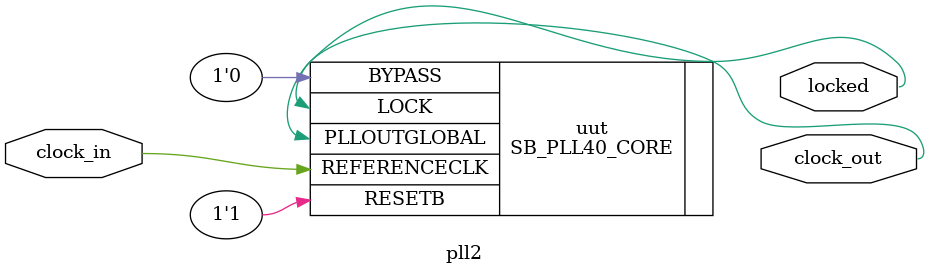
<source format=v>
`include "../ice40_lib/fifo.v"
`include "../ice40_lib/vga_tx.v"
`include "../ice40_lib/video_test.v"
`include "../ice40_lib/ddr_io.v"
`include "../ice40_lib/debounce.v"
`include "../ice40_lib/rgb_to_gray.v"
`include "../ice40_lib/dither.v"

module top(
	input wire EXTOSC,
	input wire BUT63,
	input wire BUT64,
	
	output wire LED78,
	output wire LED79,
	output wire LED80,
	output wire LED81,
	output wire LED82,
	output wire LED83,
	output wire LED84,
	output wire R7,
	output wire R6,
	output wire R5,
	output wire R4,
	output wire R3,
	output wire G7,
	output wire G6,
	output wire G5,
	output wire G4,
	output wire G3,
	output wire G2,
	output wire B7,
	output wire B6,
	output wire B5,
	output wire B4,
	output wire B3,
	output wire HS,
	output wire VS
);

// Generating VGA clock in two stages.
// One stage is not sufficient to generate clock with required 0.5% precision.
// The PLL modules are defined at the end of this file because they're
// generated exclusively for this purpose.
wire clkpll, clkvga;
pll pll55M (
	.clock_in(EXTOSC),
	.clock_out(clkpll),
	.locked(LED78)
);
pll2 pll74M25 (
	.clock_in(clkpll),
	.clock_out(clkvga),
	.locked(LED79)
);


// Use BUT63 to cycle through 4 possible test patterns
// Show selected pattern on LEDs.
debounce #(2**20) b63_db (
	.clk(clkpll),
	.in(BUT63),
	.out(BUT63_db)
);
wire BUT63_db;
reg [1:0] test_p = 0;
always@(negedge BUT63_db) test_p <= test_p + 1;
assign {LED80, LED81} = test_p;

// Video test pattern generator
wire [4:0] re, ro;
wire [5:0] ge, go;
wire [4:0] be, bo;
video_test_ddr #(
	.v(1080),
	.h(1920),
	.r(5),
	.g(6),
	.b(5))
	vt (
	.clk(clkvga),
	.cke(~fifo_status[3]),
	.pattern(test_p),
	.rst(0),
	.rde(re),
	.gde(ge),
	.bde(be),
	.rdo(ro),
	.gdo(go),
	.bdo(bo),
	.clk_o(fifo_in_clk)
);

// Hacky x-y coordinate counters for dither
reg [10:0] x_ctr = 0;
reg [10:0] y_ctr = 0;

always @ (posedge fifo_in_clk)
begin
	x_ctr <= (x_ctr==1918 ? 0 : x_ctr + 2);
	y_ctr <= (x_ctr==1918 ? (y_ctr==1079 ? 0 : y_ctr + 1) : y_ctr);
end


// BUT64 functionality - convert to mono on the fly
wire [7:0] bwo, bwe;
rgb_g_ntsc#(
	.n(6),
	.m(8),
	.fidelity(3))
	r2go (
	.r({ro, 1'b0}),
	.g(go),
	.b({bo, 1'b0}),
	.y(bwo)
);
rgb_g_ntsc#(
	.n(6),
	.m(8),
	.fidelity(3))
	r2ge (
	.r({re, 1'b0}),
	.g(ge),
	.b({be, 1'b0}),
	.y(bwe)
);

wire mno, mne;

blue16_mono #()
	dithero (
	.in(bwo),
	.x(x_ctr[3:0]+1),
	.y(y_ctr[3:0]),
	.clk(fifo_in_clk),
	.out(mno)
);
blue16_mono #()
	dithere (
	.in(bwe),
	.x(x_ctr[3:0]),
	.y(y_ctr[3:0]),
	.clk(fifo_in_clk),
	.out(mne)
);

always @ (BUT64, ro,go,bo,re,ge,be,mno,mne) begin
	if (BUT64) fifo_in = {ro, go, bo, re, ge, be};
	else fifo_in = {{16{mno}}, {16{mne}}} ;
end

// Short visual data FIFO, between visual data generator and transmitter.
// we hope to generate visual data at least as fast as it's sent, so for now
// we don't need a full frame buffer.
// Technically it is not strictly necessary..
// FIFO size is 32 bits wide and 256 bits long.
wire [31:0] fifo_in;
wire [3:0] fifo_status;
wire fifo_in_clk;
fifo #(	.n(32),
	.m(256))
	vga_fifo (
	.clk(fifo_in_clk),
	.data(fifo_in),
	.clk_o(fifo_out_clk),
	.data_o(fifo_out),
	.status(fifo_status)
);
assign LED82 = fifo_status[3];

wire [31:0] fifo_out;
wire fifo_out_clk;

// VGA_TX driver, that dumps correct pattern through GPIO pins
// This module assumes that data is always ready in FIFO.
// The parameters are VGA horizontal and vertical timings, 
// measured in pixel clock cycles.
// Taken from VESA Display Monitor Timing Standard V1.0 rev. 12
vga_tx_ddr #(
	.hva(1920),
	.hfp(22),
	.hsp(33),
	.hbp(37),
	.vva(1080),
	.vfp(4),
	.vsp(5),
	.vbp(36),
	.hpp(1),	// Pulse Polarity
	.vpp(1),
	.rd(5),
	.gd(6),
	.bd(5))
	the_vga_tx (
	.clk(clkvga),
	.data(fifo_out),
	.fetch(fifo_out_clk),
	.R({vga_data[35:31], vga_data[17:13]}),
	.G({vga_data[30:25], vga_data[12:7]}),
	.B({vga_data[24:20], vga_data[6:2]}),
	.HSync({vga_data[19], vga_data[1]}),
	.VSync({vga_data[18], vga_data[0]})
);
assign {LED83, LED84} = {fifo_out_clk, vga_data[1]};

wire [36-1:0] vga_data;

ddr_out #(18) vga_ddr_out(
	.clk(clkvga),
	.data_p(vga_data[18-1:0]),
	.data_n(vga_data[36-1:18]),
	.data_o({R7, R6, R5, R4, R3, G7, G6, G5, G4, G3, G2, B7, B6, B5, B4, B3, HS, VS})
);

endmodule


/**
 * PLL configuration
 *
 * This Verilog module was generated automatically
 * using the icepll tool from the IceStorm project.
 * Use at your own risk.
 *
 * Given input frequency:       100.000 MHz
 * Requested output frequency:   55.000 MHz
 * Achieved output frequency:    55.000 MHz
 */

module pll(
	input  clock_in,
	output clock_out,
	output locked
	);

SB_PLL40_PAD #(
		.FEEDBACK_PATH("SIMPLE"),
		.DIVR(4'b0100),		// DIVR =  4
		.DIVF(7'b0101011),	// DIVF = 43
		.DIVQ(3'b100),		// DIVQ =  4
		.FILTER_RANGE(3'b010)	// FILTER_RANGE = 2
	) uut (
		.LOCK(locked),
		.RESETB(1'b1),
		.BYPASS(1'b0),
		.PACKAGEPIN(clock_in),
		.PLLOUTCORE(clock_out)
		);

endmodule


/**
 * PLL configuration
 *
 * This Verilog module was generated automatically
 * using the icepll tool from the IceStorm project.
 * Use at your own risk.
 *
 * Given input frequency:        55.000 MHz
 * Requested output frequency:   74.250 MHz
 * Achieved output frequency:    74.250 MHz
 */

module pll2(
	input  clock_in,
	output clock_out,
	output locked
	);

SB_PLL40_CORE #(
		.FEEDBACK_PATH("SIMPLE"),
		.DIVR(4'b0100),		// DIVR =  4
		.DIVF(7'b0110101),	// DIVF = 53
		.DIVQ(3'b011),		// DIVQ =  3
		.FILTER_RANGE(3'b001)	// FILTER_RANGE = 1
	) uut (
		.LOCK(locked),
		.RESETB(1'b1),
		.BYPASS(1'b0),
		.REFERENCECLK(clock_in),
		.PLLOUTGLOBAL(clock_out)
		);

endmodule

</source>
